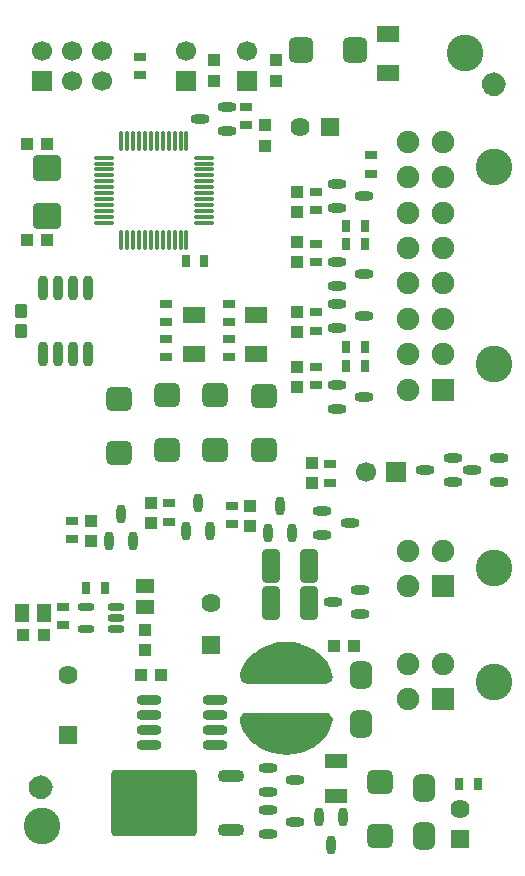
<source format=gts>
G04 Layer_Color=8388736*
%FSLAX24Y24*%
%MOIN*%
G70*
G01*
G75*
%ADD67R,0.0394X0.0433*%
G04:AMPARAMS|DCode=68|XSize=44.9mil|YSize=39.9mil|CornerRadius=3.8mil|HoleSize=0mil|Usage=FLASHONLY|Rotation=90.000|XOffset=0mil|YOffset=0mil|HoleType=Round|Shape=RoundedRectangle|*
%AMROUNDEDRECTD68*
21,1,0.0449,0.0324,0,0,90.0*
21,1,0.0374,0.0399,0,0,90.0*
1,1,0.0075,0.0162,0.0187*
1,1,0.0075,0.0162,-0.0187*
1,1,0.0075,-0.0162,-0.0187*
1,1,0.0075,-0.0162,0.0187*
%
%ADD68ROUNDEDRECTD68*%
%ADD69R,0.0433X0.0394*%
%ADD70R,0.0492X0.0610*%
%ADD71R,0.0610X0.0492*%
%ADD72O,0.0839X0.0335*%
%ADD73O,0.0571X0.0276*%
%ADD74O,0.0669X0.0157*%
%ADD75O,0.0157X0.0669*%
%ADD76O,0.0335X0.0839*%
G04:AMPARAMS|DCode=77|XSize=114.2mil|YSize=63mil|CornerRadius=16.7mil|HoleSize=0mil|Usage=FLASHONLY|Rotation=270.000|XOffset=0mil|YOffset=0mil|HoleType=Round|Shape=RoundedRectangle|*
%AMROUNDEDRECTD77*
21,1,0.1142,0.0295,0,0,270.0*
21,1,0.0807,0.0630,0,0,270.0*
1,1,0.0335,-0.0148,-0.0404*
1,1,0.0335,-0.0148,0.0404*
1,1,0.0335,0.0148,0.0404*
1,1,0.0335,0.0148,-0.0404*
%
%ADD77ROUNDEDRECTD77*%
%ADD78R,0.0433X0.0433*%
G04:AMPARAMS|DCode=79|XSize=94.5mil|YSize=86.6mil|CornerRadius=14.4mil|HoleSize=0mil|Usage=FLASHONLY|Rotation=0.000|XOffset=0mil|YOffset=0mil|HoleType=Round|Shape=RoundedRectangle|*
%AMROUNDEDRECTD79*
21,1,0.0945,0.0579,0,0,0.0*
21,1,0.0657,0.0866,0,0,0.0*
1,1,0.0287,0.0329,-0.0289*
1,1,0.0287,-0.0329,-0.0289*
1,1,0.0287,-0.0329,0.0289*
1,1,0.0287,0.0329,0.0289*
%
%ADD79ROUNDEDRECTD79*%
%ADD80R,0.0394X0.0315*%
%ADD81R,0.0315X0.0394*%
%ADD82R,0.0728X0.0453*%
%ADD83C,0.0512*%
%ADD84O,0.0630X0.0320*%
G04:AMPARAMS|DCode=85|XSize=55.1mil|YSize=76mil|CornerRadius=4.5mil|HoleSize=0mil|Usage=FLASHONLY|Rotation=90.000|XOffset=0mil|YOffset=0mil|HoleType=Round|Shape=RoundedRectangle|*
%AMROUNDEDRECTD85*
21,1,0.0551,0.0669,0,0,90.0*
21,1,0.0461,0.0760,0,0,90.0*
1,1,0.0091,0.0335,0.0230*
1,1,0.0091,0.0335,-0.0230*
1,1,0.0091,-0.0335,-0.0230*
1,1,0.0091,-0.0335,0.0230*
%
%ADD85ROUNDEDRECTD85*%
G04:AMPARAMS|DCode=86|XSize=86.6mil|YSize=82.7mil|CornerRadius=21.7mil|HoleSize=0mil|Usage=FLASHONLY|Rotation=90.000|XOffset=0mil|YOffset=0mil|HoleType=Round|Shape=RoundedRectangle|*
%AMROUNDEDRECTD86*
21,1,0.0866,0.0394,0,0,90.0*
21,1,0.0433,0.0827,0,0,90.0*
1,1,0.0433,0.0197,0.0217*
1,1,0.0433,0.0197,-0.0217*
1,1,0.0433,-0.0197,-0.0217*
1,1,0.0433,-0.0197,0.0217*
%
%ADD86ROUNDEDRECTD86*%
G04:AMPARAMS|DCode=87|XSize=86.6mil|YSize=82.7mil|CornerRadius=21.7mil|HoleSize=0mil|Usage=FLASHONLY|Rotation=180.000|XOffset=0mil|YOffset=0mil|HoleType=Round|Shape=RoundedRectangle|*
%AMROUNDEDRECTD87*
21,1,0.0866,0.0394,0,0,180.0*
21,1,0.0433,0.0827,0,0,180.0*
1,1,0.0433,-0.0217,0.0197*
1,1,0.0433,0.0217,0.0197*
1,1,0.0433,0.0217,-0.0197*
1,1,0.0433,-0.0217,-0.0197*
%
%ADD87ROUNDEDRECTD87*%
%ADD88O,0.0320X0.0630*%
G04:AMPARAMS|DCode=89|XSize=90.6mil|YSize=72.8mil|CornerRadius=19.2mil|HoleSize=0mil|Usage=FLASHONLY|Rotation=270.000|XOffset=0mil|YOffset=0mil|HoleType=Round|Shape=RoundedRectangle|*
%AMROUNDEDRECTD89*
21,1,0.0906,0.0344,0,0,270.0*
21,1,0.0522,0.0728,0,0,270.0*
1,1,0.0384,-0.0172,-0.0261*
1,1,0.0384,-0.0172,0.0261*
1,1,0.0384,0.0172,0.0261*
1,1,0.0384,0.0172,-0.0261*
%
%ADD89ROUNDEDRECTD89*%
%ADD90O,0.0886X0.0433*%
G04:AMPARAMS|DCode=91|XSize=283.5mil|YSize=222.4mil|CornerRadius=12.9mil|HoleSize=0mil|Usage=FLASHONLY|Rotation=180.000|XOffset=0mil|YOffset=0mil|HoleType=Round|Shape=RoundedRectangle|*
%AMROUNDEDRECTD91*
21,1,0.2835,0.1967,0,0,180.0*
21,1,0.2577,0.2224,0,0,180.0*
1,1,0.0258,-0.1288,0.0983*
1,1,0.0258,0.1288,0.0983*
1,1,0.0258,0.1288,-0.0983*
1,1,0.0258,-0.1288,-0.0983*
%
%ADD91ROUNDEDRECTD91*%
%ADD92C,0.1220*%
%ADD93R,0.0639X0.0639*%
%ADD94C,0.0639*%
%ADD95R,0.0669X0.0669*%
%ADD96C,0.0669*%
%ADD97C,0.0748*%
%ADD98R,0.0748X0.0748*%
%ADD99R,0.0669X0.0669*%
%ADD100R,0.0639X0.0639*%
G36*
X40269Y20966D02*
X40273Y20967D01*
X40348Y20953D01*
X40355Y20948D01*
X40363Y20947D01*
X40427Y20907D01*
X40432Y20900D01*
X40439Y20896D01*
X40483Y20835D01*
X40485Y20827D01*
X40490Y20820D01*
X40510Y20747D01*
X40509Y20739D01*
X40511Y20731D01*
X40502Y20656D01*
X40500Y20652D01*
X40500Y20648D01*
X40460Y20518D01*
X40459Y20517D01*
X40459Y20515D01*
X40398Y20364D01*
X40396Y20362D01*
X40395Y20358D01*
X40312Y20219D01*
X40309Y20217D01*
X40308Y20213D01*
X40204Y20088D01*
X40203Y20087D01*
X40202Y20086D01*
X40197Y20081D01*
X40196Y20080D01*
X40195Y20079D01*
X40030Y19930D01*
X40027Y19929D01*
X40025Y19926D01*
X39841Y19801D01*
X39838Y19800D01*
X39836Y19798D01*
X39637Y19698D01*
X39634Y19697D01*
X39632Y19695D01*
X39421Y19623D01*
X39418Y19623D01*
X39416Y19621D01*
X39197Y19577D01*
X39194Y19577D01*
X39192Y19576D01*
X38969Y19561D01*
X38967Y19562D01*
X38964Y19561D01*
X38741Y19576D01*
X38739Y19577D01*
X38736Y19577D01*
X38517Y19621D01*
X38515Y19623D01*
X38512Y19623D01*
X38301Y19695D01*
X38299Y19697D01*
X38296Y19698D01*
X38097Y19798D01*
X38095Y19800D01*
X38092Y19801D01*
X37908Y19926D01*
X37906Y19929D01*
X37903Y19930D01*
X37738Y20079D01*
X37737Y20080D01*
X37736Y20081D01*
X37733Y20083D01*
X37733Y20085D01*
X37731Y20086D01*
X37626Y20213D01*
X37625Y20216D01*
X37622Y20218D01*
X37538Y20359D01*
X37537Y20363D01*
X37535Y20365D01*
X37473Y20518D01*
X37473Y20520D01*
X37472Y20521D01*
X37430Y20656D01*
X37431Y20660D01*
X37429Y20663D01*
X37420Y20736D01*
X37422Y20744D01*
X37421Y20752D01*
X37440Y20823D01*
X37445Y20830D01*
X37447Y20838D01*
X37491Y20897D01*
X37498Y20901D01*
X37502Y20908D01*
X37564Y20947D01*
X37573Y20949D01*
X37579Y20953D01*
X37652Y20967D01*
X37656Y20966D01*
X37660Y20968D01*
X40265D01*
X40269Y20966D01*
D02*
G37*
G36*
X30880Y18868D02*
X30976Y18828D01*
X31058Y18765D01*
X31121Y18683D01*
X31161Y18587D01*
X31175Y18484D01*
X31161Y18381D01*
X31121Y18286D01*
X31058Y18203D01*
X30976Y18140D01*
X30880Y18101D01*
X30778Y18087D01*
X30675Y18101D01*
X30579Y18140D01*
X30497Y18203D01*
X30434Y18286D01*
X30394Y18381D01*
X30380Y18484D01*
X30394Y18587D01*
X30434Y18683D01*
X30497Y18765D01*
X30579Y18828D01*
X30675Y18868D01*
X30778Y18881D01*
X30880Y18868D01*
D02*
G37*
G36*
X45989Y42303D02*
X46084Y42263D01*
X46167Y42200D01*
X46230Y42118D01*
X46269Y42022D01*
X46283Y41919D01*
X46269Y41817D01*
X46230Y41721D01*
X46167Y41638D01*
X46084Y41575D01*
X45989Y41536D01*
X45886Y41522D01*
X45783Y41536D01*
X45687Y41575D01*
X45605Y41638D01*
X45542Y41721D01*
X45502Y41817D01*
X45489Y41919D01*
X45502Y42022D01*
X45542Y42118D01*
X45605Y42200D01*
X45687Y42263D01*
X45783Y42303D01*
X45886Y42316D01*
X45989Y42303D01*
D02*
G37*
G36*
X39192Y23318D02*
X39194Y23316D01*
X39197Y23317D01*
X39416Y23273D01*
X39418Y23271D01*
X39421Y23271D01*
X39632Y23198D01*
X39634Y23196D01*
X39637Y23196D01*
X39836Y23096D01*
X39838Y23094D01*
X39841Y23093D01*
X40025Y22967D01*
X40027Y22965D01*
X40030Y22964D01*
X40195Y22815D01*
X40196Y22813D01*
X40197Y22813D01*
X40200Y22810D01*
X40200Y22809D01*
X40202Y22808D01*
X40307Y22681D01*
X40308Y22678D01*
X40311Y22676D01*
X40395Y22534D01*
X40396Y22531D01*
X40398Y22528D01*
X40460Y22375D01*
X40460Y22374D01*
X40461Y22372D01*
X40503Y22238D01*
X40502Y22234D01*
X40504Y22230D01*
X40513Y22157D01*
X40511Y22149D01*
X40512Y22141D01*
X40493Y22070D01*
X40488Y22064D01*
X40486Y22056D01*
X40443Y21996D01*
X40435Y21992D01*
X40431Y21985D01*
X40369Y21946D01*
X40360Y21945D01*
X40354Y21940D01*
X40281Y21927D01*
X40277Y21928D01*
X40273Y21926D01*
X37668D01*
X37664Y21928D01*
X37660Y21927D01*
X37585Y21941D01*
X37578Y21945D01*
X37570Y21947D01*
X37506Y21987D01*
X37502Y21994D01*
X37495Y21998D01*
X37450Y22059D01*
X37448Y22067D01*
X37443Y22074D01*
X37423Y22147D01*
X37425Y22155D01*
X37422Y22163D01*
X37431Y22238D01*
X37433Y22241D01*
X37433Y22246D01*
X37473Y22375D01*
X37474Y22377D01*
X37474Y22378D01*
X37535Y22529D01*
X37537Y22532D01*
X37538Y22535D01*
X37621Y22675D01*
X37624Y22677D01*
X37625Y22681D01*
X37729Y22806D01*
X37731Y22806D01*
X37731Y22808D01*
X37736Y22813D01*
X37737Y22813D01*
X37738Y22815D01*
X37903Y22964D01*
X37906Y22965D01*
X37908Y22967D01*
X38092Y23093D01*
X38095Y23094D01*
X38097Y23096D01*
X38296Y23196D01*
X38299Y23196D01*
X38301Y23198D01*
X38512Y23271D01*
X38515Y23271D01*
X38517Y23273D01*
X38736Y23317D01*
X38739Y23316D01*
X38741Y23318D01*
X38964Y23332D01*
X38967Y23331D01*
X38969Y23332D01*
X39192Y23318D01*
D02*
G37*
D67*
X38248Y39872D02*
D03*
Y40541D02*
D03*
X39311Y32500D02*
D03*
Y31831D02*
D03*
Y33642D02*
D03*
Y34311D02*
D03*
X39310Y36654D02*
D03*
Y35984D02*
D03*
X39311Y37648D02*
D03*
Y38317D02*
D03*
X39812Y29301D02*
D03*
Y28632D02*
D03*
X37756Y27195D02*
D03*
Y27864D02*
D03*
X32451Y26683D02*
D03*
Y27352D02*
D03*
X34449Y27274D02*
D03*
Y27943D02*
D03*
X38632Y42707D02*
D03*
Y42037D02*
D03*
X36545Y42707D02*
D03*
Y42037D02*
D03*
X34262Y23711D02*
D03*
Y23041D02*
D03*
D68*
X30118Y33681D02*
D03*
Y34351D02*
D03*
D69*
X30335Y39911D02*
D03*
X31004D02*
D03*
X30335Y36722D02*
D03*
X31004D02*
D03*
X34793Y22224D02*
D03*
X34124D02*
D03*
X41211Y23199D02*
D03*
X40541D02*
D03*
X30876Y23563D02*
D03*
X30207D02*
D03*
D70*
X30167Y24291D02*
D03*
X30876D02*
D03*
D71*
X34262Y25197D02*
D03*
Y24488D02*
D03*
D72*
X34404Y20902D02*
D03*
X36604D02*
D03*
X34404Y21402D02*
D03*
X36604D02*
D03*
X34404Y19902D02*
D03*
Y20402D02*
D03*
X36604D02*
D03*
Y19902D02*
D03*
D73*
X33287Y24114D02*
D03*
X32303Y23740D02*
D03*
X33287D02*
D03*
X32303Y24488D02*
D03*
X33287D02*
D03*
D74*
X32904Y38287D02*
D03*
Y38484D02*
D03*
Y38681D02*
D03*
Y38878D02*
D03*
Y39075D02*
D03*
Y39272D02*
D03*
Y39469D02*
D03*
Y37303D02*
D03*
Y37500D02*
D03*
Y37697D02*
D03*
Y37894D02*
D03*
Y38091D02*
D03*
X36211Y38484D02*
D03*
Y38287D02*
D03*
Y39469D02*
D03*
Y39272D02*
D03*
Y39075D02*
D03*
Y38878D02*
D03*
Y38681D02*
D03*
Y38091D02*
D03*
Y37894D02*
D03*
Y37697D02*
D03*
Y37500D02*
D03*
Y37303D02*
D03*
D75*
X35443Y40039D02*
D03*
X35640D02*
D03*
Y36732D02*
D03*
X35443D02*
D03*
X33474Y40039D02*
D03*
X33671D02*
D03*
X33868D02*
D03*
X34065D02*
D03*
X34262D02*
D03*
X34459D02*
D03*
X34656D02*
D03*
X34852D02*
D03*
X35049D02*
D03*
X35246D02*
D03*
Y36732D02*
D03*
X35049D02*
D03*
X34852D02*
D03*
X34656D02*
D03*
X34459D02*
D03*
X34262D02*
D03*
X34065D02*
D03*
X33868D02*
D03*
X33671D02*
D03*
X33474D02*
D03*
D76*
X31866Y35113D02*
D03*
Y32913D02*
D03*
X32366Y35113D02*
D03*
Y32913D02*
D03*
X30866Y35113D02*
D03*
X31366D02*
D03*
Y32913D02*
D03*
X30866D02*
D03*
D77*
X39734Y24616D02*
D03*
X38474D02*
D03*
X39734Y25866D02*
D03*
X38474D02*
D03*
D78*
X38967Y20397D02*
D03*
Y22497D02*
D03*
D79*
X31004Y39114D02*
D03*
Y37539D02*
D03*
D80*
X37638Y40541D02*
D03*
Y41151D02*
D03*
X41801Y39547D02*
D03*
Y38937D02*
D03*
X39961Y32500D02*
D03*
Y31890D02*
D03*
X39970Y33701D02*
D03*
Y34311D02*
D03*
Y36594D02*
D03*
Y35984D02*
D03*
Y37707D02*
D03*
Y38317D02*
D03*
X40432Y29242D02*
D03*
Y28632D02*
D03*
X37146Y27254D02*
D03*
Y27864D02*
D03*
X31821Y26742D02*
D03*
Y27352D02*
D03*
X35049Y27333D02*
D03*
Y27943D02*
D03*
X34104Y42215D02*
D03*
Y42825D02*
D03*
X31535Y24498D02*
D03*
Y23888D02*
D03*
X37057Y34587D02*
D03*
Y33977D02*
D03*
X34951Y34587D02*
D03*
Y33977D02*
D03*
X34961Y32825D02*
D03*
Y33435D02*
D03*
X37057Y32825D02*
D03*
Y33435D02*
D03*
D81*
X41575Y32510D02*
D03*
X40965D02*
D03*
X41575Y33150D02*
D03*
X40965D02*
D03*
X41575Y36575D02*
D03*
X40965D02*
D03*
X41575Y37205D02*
D03*
X40965D02*
D03*
X45344Y18573D02*
D03*
X44734D02*
D03*
X36240Y36014D02*
D03*
X35630D02*
D03*
X32913Y25118D02*
D03*
X32303D02*
D03*
D82*
X40630Y19341D02*
D03*
Y18199D02*
D03*
D83*
X45886Y41919D02*
D03*
X30778Y18484D02*
D03*
D84*
X36993Y41154D02*
D03*
Y40354D02*
D03*
X36083Y40754D02*
D03*
X41422Y24272D02*
D03*
Y25072D02*
D03*
X40512Y24672D02*
D03*
X40664Y31890D02*
D03*
Y31090D02*
D03*
X41574Y31490D02*
D03*
X40664Y34587D02*
D03*
Y33787D02*
D03*
X41574Y34187D02*
D03*
X40664Y35974D02*
D03*
Y35174D02*
D03*
X41574Y35574D02*
D03*
X40664Y38602D02*
D03*
Y37802D02*
D03*
X41574Y38202D02*
D03*
X40172Y26887D02*
D03*
Y27687D02*
D03*
X41082Y27287D02*
D03*
X46068Y29461D02*
D03*
Y28661D02*
D03*
X45158Y29061D02*
D03*
X38351Y19124D02*
D03*
Y18324D02*
D03*
X39261Y18724D02*
D03*
X38351Y17726D02*
D03*
Y16926D02*
D03*
X39261Y17326D02*
D03*
X44513Y29461D02*
D03*
Y28661D02*
D03*
X43603Y29061D02*
D03*
D85*
X42372Y42273D02*
D03*
Y43573D02*
D03*
X35876Y32933D02*
D03*
Y34233D02*
D03*
X37963Y32933D02*
D03*
Y34233D02*
D03*
D86*
X41260Y43071D02*
D03*
X39449D02*
D03*
D87*
X38209Y31535D02*
D03*
Y29724D02*
D03*
X36604Y31545D02*
D03*
Y29734D02*
D03*
X35000Y31545D02*
D03*
Y29734D02*
D03*
X33396Y31427D02*
D03*
Y29616D02*
D03*
X42077Y16841D02*
D03*
Y18652D02*
D03*
D88*
X39146Y26954D02*
D03*
X38346D02*
D03*
X38746Y27864D02*
D03*
X33841Y26688D02*
D03*
X33041D02*
D03*
X33441Y27598D02*
D03*
X36440Y27033D02*
D03*
X35640D02*
D03*
X36040Y27943D02*
D03*
X40866Y17475D02*
D03*
X40066D02*
D03*
X40466Y16565D02*
D03*
D89*
X41457Y20600D02*
D03*
Y22215D02*
D03*
X43543Y16841D02*
D03*
Y18455D02*
D03*
D90*
X37126Y18841D02*
D03*
Y17045D02*
D03*
D91*
X34567Y17943D02*
D03*
D92*
X44911Y42943D02*
D03*
X30817Y17195D02*
D03*
X45904Y21998D02*
D03*
Y32579D02*
D03*
Y39154D02*
D03*
Y25778D02*
D03*
D93*
X31703Y20226D02*
D03*
X36447Y23238D02*
D03*
X44754Y16772D02*
D03*
D94*
X31703Y22226D02*
D03*
X36447Y24616D02*
D03*
X44754Y17772D02*
D03*
X39433Y40492D02*
D03*
D95*
X37648Y42037D02*
D03*
X35610D02*
D03*
D96*
X37648Y43037D02*
D03*
X35610D02*
D03*
X31817Y42028D02*
D03*
X30817Y43028D02*
D03*
X31817D02*
D03*
X32817Y42028D02*
D03*
Y43028D02*
D03*
X41634Y28986D02*
D03*
D97*
X43022Y21407D02*
D03*
Y22589D02*
D03*
X44203D02*
D03*
X43022Y40000D02*
D03*
X44203D02*
D03*
X43022Y31732D02*
D03*
Y32913D02*
D03*
Y35276D02*
D03*
Y37638D02*
D03*
Y38819D02*
D03*
Y34094D02*
D03*
Y36457D02*
D03*
X44203Y32913D02*
D03*
Y35276D02*
D03*
Y37638D02*
D03*
Y38819D02*
D03*
Y34094D02*
D03*
Y36457D02*
D03*
X43022Y25187D02*
D03*
Y26368D02*
D03*
X44203D02*
D03*
D98*
Y21407D02*
D03*
Y31732D02*
D03*
Y25187D02*
D03*
D99*
X30817Y42028D02*
D03*
X42634Y28986D02*
D03*
D100*
X40433Y40492D02*
D03*
M02*

</source>
